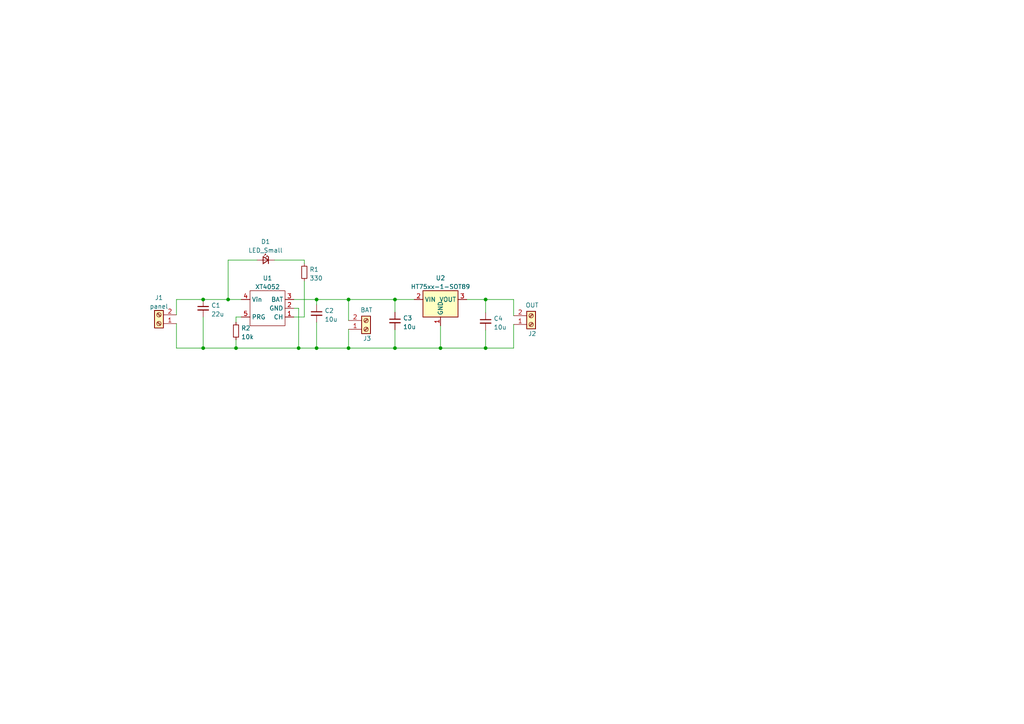
<source format=kicad_sch>
(kicad_sch (version 20211123) (generator eeschema)
  (paper "A4")
  (lib_symbols
    (symbol "Connector:Screw_Terminal_01x02" (pin_names (offset 1.016) hide)
      (property "Reference" "J" (at 0 2.54 0))
      (property "Value" "Screw_Terminal_01x02" (at 0 -5.08 0))
      (symbol "Screw_Terminal_01x02_1_1"
        (rectangle (start -1.27 1.27) (end 1.27 -3.81) (stroke (width 0.254)) (fill (type background)))
        (circle (center 0 -2.54) (radius 0.635) (stroke (width 0.1524)))
        (polyline (pts (xy -0.5334 -2.2098) (xy 0.3302 -3.048)) (stroke (width 0.1524)))
        (polyline (pts (xy -0.5334 0.3302) (xy 0.3302 -0.508)) (stroke (width 0.1524)))
        (polyline (pts (xy -0.3556 -2.032) (xy 0.508 -2.8702)) (stroke (width 0.1524)))
        (polyline (pts (xy -0.3556 0.508) (xy 0.508 -0.3302)) (stroke (width 0.1524)))
        (circle (center 0 0) (radius 0.635) (stroke (width 0.1524)))
        (pin passive line (at -5.08 0 0) (length 3.81) (name "Pin_1") (number "1"))
        (pin passive line (at -5.08 -2.54 0) (length 3.81) (name "Pin_2") (number "2"))
      )
    )
    (symbol "Device:C_Small" (pin_numbers hide) (pin_names (offset 0.254) hide)
      (property "Reference" "C" (at 0.254 1.778 0))
      (property "Value" "C_Small" (at 0.254 -2.032 0))
      (symbol "C_Small_0_1"
        (polyline (pts (xy -1.524 -0.508) (xy 1.524 -0.508)) (stroke (width 0.3302)))
        (polyline (pts (xy -1.524 0.508) (xy 1.524 0.508)) (stroke (width 0.3048)))
      )
      (symbol "C_Small_1_1"
        (pin passive line (at 0 2.54 270) (length 2.032) (name "~") (number "1"))
        (pin passive line (at 0 -2.54 90) (length 2.032) (name "~") (number "2"))
      )
    )
    (symbol "Device:LED_Small" (pin_numbers hide) (pin_names (offset 0.254) hide)
      (property "Reference" "D" (at -1.27 3.175 0))
      (property "Value" "LED_Small" (at -4.445 -2.54 0))
      (symbol "LED_Small_0_1"
        (polyline (pts (xy -0.762 -1.016) (xy -0.762 1.016)) (stroke (width 0.254)))
        (polyline (pts (xy 1.016 0) (xy -0.762 0)))
        (polyline (pts (xy 0.762 -1.016) (xy -0.762 0) (xy 0.762 1.016) (xy 0.762 -1.016)) (stroke (width 0.254)))
        (polyline (pts (xy 0 0.762) (xy -0.508 1.27) (xy -0.254 1.27) (xy -0.508 1.27) (xy -0.508 1.016)))
        (polyline (pts (xy 0.508 1.27) (xy 0 1.778) (xy 0.254 1.778) (xy 0 1.778) (xy 0 1.524)))
      )
      (symbol "LED_Small_1_1"
        (pin passive line (at -2.54 0 0) (length 1.778) (name "K") (number "1"))
        (pin passive line (at 2.54 0 180) (length 1.778) (name "A") (number "2"))
      )
    )
    (symbol "Device:R_Small" (pin_numbers hide) (pin_names (offset 0.254) hide)
      (property "Reference" "R" (at 0.762 0.508 0))
      (property "Value" "R_Small" (at 0.762 -1.016 0))
      (symbol "R_Small_0_1"
        (rectangle (start -0.762 1.778) (end 0.762 -1.778) (stroke (width 0.2032)))
      )
      (symbol "R_Small_1_1"
        (pin passive line (at 0 2.54 270) (length 0.762) (name "~") (number "1"))
        (pin passive line (at 0 -2.54 90) (length 0.762) (name "~") (number "2"))
      )
    )
    (symbol "Regulator_Linear:HT75xx-1-SOT89"
      (property "Reference" "U" (at -5.08 -3.81 0))
      (property "Value" "HT75xx-1-SOT89" (at 0 6.35 0))
      (symbol "HT75xx-1-SOT89_0_1"
        (rectangle (start -5.08 5.08) (end 5.08 -2.54) (stroke (width 0.254)) (fill (type background)))
      )
      (symbol "HT75xx-1-SOT89_1_1"
        (pin power_in line (at 0 -5.08 90) (length 2.54) (name "GND") (number "1"))
        (pin power_in line (at -7.62 2.54 0) (length 2.54) (name "VIN") (number "2"))
        (pin power_out line (at 7.62 2.54 180) (length 2.54) (name "VOUT") (number "3"))
      )
    )
    (symbol "my_libs_6:XT4052"
      (property "Reference" "U" (at 0 8.89 0))
      (property "Value" "XT4052" (at 0 6.35 0))
      (symbol "XT4052_0_1"
        (rectangle (start -5.08 5.08) (end 5.08 -5.08) (stroke (width 0.1524)))
      )
      (symbol "XT4052_1_1"
        (pin input line (at -7.62 2.54 0) (length 2.54) (name "CH") (number "1"))
        (pin passive line (at -7.62 0 0) (length 2.54) (name "GND") (number "2"))
        (pin output line (at -7.62 -2.54 0) (length 2.54) (name "BAT") (number "3"))
        (pin input line (at 7.62 -2.54 180) (length 2.54) (name "Vin") (number "4"))
        (pin input line (at 7.62 2.54 180) (length 2.54) (name "PRG") (number "5"))
      )
    )
  )
  (junction (at 140.843 100.965))
  (junction (at 91.821 100.965))
  (junction (at 101.092 100.965))
  (junction (at 127.762 100.965))
  (junction (at 114.554 86.868))
  (junction (at 114.554 100.965))
  (junction (at 66.167 86.868))
  (junction (at 91.821 86.868))
  (junction (at 68.453 100.965))
  (junction (at 58.928 100.965))
  (junction (at 101.092 86.868))
  (junction (at 86.614 100.965))
  (junction (at 58.928 86.868))
  (junction (at 140.843 86.868))
  (wire (pts (xy 88.265 91.948) (xy 88.265 81.534)))
  (wire (pts (xy 51.181 100.965) (xy 58.928 100.965)))
  (wire (pts (xy 101.092 86.868) (xy 91.821 86.868)))
  (wire (pts (xy 91.821 100.965) (xy 86.614 100.965)))
  (wire (pts (xy 91.821 88.392) (xy 91.821 86.868)))
  (wire (pts (xy 66.167 75.438) (xy 66.167 86.868)))
  (wire (pts (xy 114.554 95.631) (xy 114.554 100.965)))
  (wire (pts (xy 91.821 86.868) (xy 85.217 86.868)))
  (wire (pts (xy 85.217 91.948) (xy 88.265 91.948)))
  (wire (pts (xy 58.928 86.868) (xy 66.167 86.868)))
  (wire (pts (xy 88.265 75.438) (xy 79.629 75.438)))
  (wire (pts (xy 148.971 91.567) (xy 148.971 86.868)))
  (wire (pts (xy 101.092 95.504) (xy 101.092 100.965)))
  (wire (pts (xy 86.614 89.408) (xy 86.614 100.965)))
  (wire (pts (xy 74.549 75.438) (xy 66.167 75.438)))
  (wire (pts (xy 114.554 100.965) (xy 101.092 100.965)))
  (wire (pts (xy 114.554 86.868) (xy 114.554 90.551)))
  (wire (pts (xy 127.762 94.488) (xy 127.762 100.965)))
  (wire (pts (xy 68.453 91.948) (xy 68.453 93.472)))
  (wire (pts (xy 51.181 91.313) (xy 51.181 86.868)))
  (wire (pts (xy 140.843 86.868) (xy 135.382 86.868)))
  (wire (pts (xy 101.092 86.868) (xy 101.092 92.964)))
  (wire (pts (xy 148.971 94.107) (xy 148.971 100.965)))
  (wire (pts (xy 51.181 93.853) (xy 51.181 100.965)))
  (wire (pts (xy 148.971 86.868) (xy 140.843 86.868)))
  (wire (pts (xy 101.092 100.965) (xy 91.821 100.965)))
  (wire (pts (xy 68.453 98.552) (xy 68.453 100.965)))
  (wire (pts (xy 85.217 89.408) (xy 86.614 89.408)))
  (wire (pts (xy 140.843 95.758) (xy 140.843 100.965)))
  (wire (pts (xy 69.977 91.948) (xy 68.453 91.948)))
  (wire (pts (xy 86.614 100.965) (xy 68.453 100.965)))
  (wire (pts (xy 127.762 100.965) (xy 114.554 100.965)))
  (wire (pts (xy 140.843 100.965) (xy 127.762 100.965)))
  (wire (pts (xy 66.167 86.868) (xy 69.977 86.868)))
  (wire (pts (xy 68.453 100.965) (xy 58.928 100.965)))
  (wire (pts (xy 91.821 93.472) (xy 91.821 100.965)))
  (wire (pts (xy 148.971 100.965) (xy 140.843 100.965)))
  (wire (pts (xy 58.928 100.965) (xy 58.928 91.948)))
  (wire (pts (xy 101.092 86.868) (xy 114.554 86.868)))
  (wire (pts (xy 51.181 86.868) (xy 58.928 86.868)))
  (wire (pts (xy 140.843 90.678) (xy 140.843 86.868)))
  (wire (pts (xy 88.265 76.454) (xy 88.265 75.438)))
  (wire (pts (xy 114.554 86.868) (xy 120.142 86.868)))
  (symbol (lib_id "Device:R_Small") (at 68.453 96.012 0) (unit 1)
    (property "Reference" "R2" (at 69.9516 95.1773 0) (effects (justify left)))
    (property "Value" "10k" (at 69.9516 97.7142 0) (effects (justify left)))
    (property "Footprint" "Resistor_SMD:R_0805_2012Metric_Pad1.20x1.40mm_HandSolder" (effects hide))
  )
  (symbol (lib_id "my_libs_6:XT4052") (at 77.597 89.408 180) (unit 1)
    (property "Reference" "U1" (at 77.597 80.679 0))
    (property "Value" "XT4052" (at 77.597 83.2159 0))
    (property "Footprint" "Package_TO_SOT_SMD:SOT-23-5_HandSoldering" (effects hide))
  )
  (symbol (lib_id "Device:LED_Small") (at 77.089 75.438 0) (mirror y) (unit 1)
    (property "Reference" "D1" (at 77.0255 70.0872 0))
    (property "Value" "LED_Small" (at 77.0255 72.6241 0))
    (property "Footprint" "LED_SMD:LED_0603_1608Metric_Pad1.05x0.95mm_HandSolder" (effects hide))
  )
  (symbol (lib_id "Connector:Screw_Terminal_01x02") (at 154.051 94.107 0) (mirror x) (unit 1)
    (property "Reference" "J2" (at 153.162 96.774 0) (effects (justify left)))
    (property "Value" "OUT" (at 152.4 88.519 0) (effects (justify left)))
    (property "Footprint" "TerminalBlock:TerminalBlock_bornier-2_P5.08mm" (effects hide))
  )
  (symbol (lib_id "Device:C_Small") (at 114.554 93.091 0) (unit 1)
    (property "Reference" "C3" (at 116.8781 92.2626 0) (effects (justify left)))
    (property "Value" "10u" (at 116.8781 94.7995 0) (effects (justify left)))
    (property "Footprint" "Capacitor_SMD:C_0805_2012Metric_Pad1.18x1.45mm_HandSolder" (effects hide))
  )
  (symbol (lib_id "Device:R_Small") (at 88.265 78.994 0) (unit 1)
    (property "Reference" "R1" (at 89.7636 78.1593 0) (effects (justify left)))
    (property "Value" "330" (at 89.7636 80.6962 0) (effects (justify left)))
    (property "Footprint" "Resistor_SMD:R_0805_2012Metric_Pad1.20x1.40mm_HandSolder" (effects hide))
  )
  (symbol (lib_id "Device:C_Small") (at 58.928 89.408 0) (unit 1)
    (property "Reference" "C1" (at 61.2521 88.5796 0) (effects (justify left)))
    (property "Value" "22u" (at 61.2521 91.1165 0) (effects (justify left)))
    (property "Footprint" "Capacitor_SMD:C_0805_2012Metric_Pad1.18x1.45mm_HandSolder" (effects hide))
  )
  (symbol (lib_id "Device:C_Small") (at 140.843 93.218 0) (unit 1)
    (property "Reference" "C4" (at 143.1671 92.3896 0) (effects (justify left)))
    (property "Value" "10u" (at 143.1671 94.9265 0) (effects (justify left)))
    (property "Footprint" "Capacitor_SMD:C_0805_2012Metric_Pad1.18x1.45mm_HandSolder" (effects hide))
  )
  (symbol (lib_id "Connector:Screw_Terminal_01x02") (at 46.101 93.853 180) (unit 1)
    (property "Reference" "J1" (at 46.101 86.3432 0))
    (property "Value" "panel" (at 46.101 88.8801 0))
    (property "Footprint" "TerminalBlock:TerminalBlock_bornier-2_P5.08mm" (effects hide))
  )
  (symbol (lib_id "Connector:Screw_Terminal_01x02") (at 106.172 95.504 0) (mirror x) (unit 1)
    (property "Reference" "J3" (at 105.283 98.171 0) (effects (justify left)))
    (property "Value" "BAT" (at 104.521 89.916 0) (effects (justify left)))
    (property "Footprint" "TerminalBlock:TerminalBlock_bornier-2_P5.08mm" (effects hide))
  )
  (symbol (lib_id "Device:C_Small") (at 91.821 90.932 0) (unit 1)
    (property "Reference" "C2" (at 94.1451 90.1036 0) (effects (justify left)))
    (property "Value" "10u" (at 94.1451 92.6405 0) (effects (justify left)))
    (property "Footprint" "Capacitor_SMD:C_0805_2012Metric_Pad1.18x1.45mm_HandSolder" (effects hide))
  )
  (symbol (lib_id "Regulator_Linear:HT75xx-1-SOT89") (at 127.762 89.408 0) (unit 1)
    (property "Reference" "U2" (at 127.762 80.6282 0))
    (property "Value" "HT75xx-1-SOT89" (at 127.762 83.1651 0))
    (property "Footprint" "Package_TO_SOT_SMD:SOT-89-3" (effects hide))
    (property "Datasheet" "https://www.holtek.com/documents/10179/116711/HT75xx-1v250.pdf" (effects hide))
  )
)
</source>
